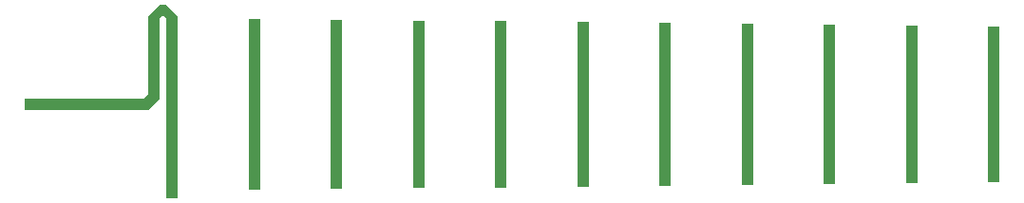
<source format=gbr>
%FSLAX66Y66*%
%MOMM*%
%ADD10C,0.0*%
D10*
%LND10.Face594*%
G36*
X31406585Y-4529235D02*
X31406585Y-1575652D01*
X31406585Y1409886D01*
X31406585Y4395423D01*
X31406585Y7412915D01*
X30406585Y7412915D01*
X30406585Y4529235D01*
X30406585Y1576896D01*
X30406585Y-1408642D01*
X30406585Y-4394179D01*
X30406585Y-7412915D01*
X31406585Y-7412915D01*
X31406585Y-4529235D01*
G37*
%LND10.Face1147*%
G36*
X68024835Y1304312D02*
X68024835Y4144058D01*
X68024835Y7040165D01*
X67024835Y7040165D01*
X67024835Y4318819D01*
X67024835Y1511318D01*
X67024835Y-1296182D01*
X67024835Y-4141302D01*
X67024835Y-7040165D01*
X68024835Y-7040165D01*
X68024835Y-4318819D01*
X68024835Y-1507253D01*
X68024835Y1304312D01*
G37*
%LND10.Face1132*%
G36*
X59701185Y-1322351D02*
X59701185Y-4197895D01*
X59701185Y-7128915D01*
X60701185Y-7128915D01*
X60701185Y-4356853D01*
X60701185Y-1514716D01*
X60701185Y1327421D01*
X60701185Y4198863D01*
X60701185Y7128915D01*
X59701185Y7128915D01*
X59701185Y4373263D01*
X59701185Y1525456D01*
X59701185Y-1322351D01*
G37*
%LND10.Face2081*%
G36*
X74348485Y6969165D02*
X74348485Y4275215D01*
X74348485Y1495819D01*
X74348485Y-1283577D01*
X74348485Y-4099955D01*
X74348485Y-6969165D01*
X75348485Y-6969165D01*
X75348485Y-4275215D01*
X75348485Y-1491953D01*
X75348485Y1291310D01*
X75348485Y4102405D01*
X75348485Y6969165D01*
X74348485Y6969165D01*
G37*
%LND10.Face353*%
G36*
X9435635Y-5178843D02*
X9435635Y-2731771D01*
X9435635Y-0263107D01*
X9435635Y2236317D01*
X9435635Y4766197D01*
X9435635Y7625915D01*
X8435635Y7625915D01*
X8435635Y5182701D01*
X8435635Y2739487D01*
X8435635Y0272664D01*
X8435635Y-2228506D01*
X8435635Y-4766197D01*
X8435635Y-7625915D01*
X9435635Y-7625915D01*
X9435635Y-5178843D01*
G37*
%LND10.Face350*%
G36*
X-0500000Y6300600D02*
X-0500000Y7118402D01*
X-0500000Y7871415D01*
X0000000Y8371415D01*
X0500000Y8871415D01*
X1111985Y8871415D01*
X1611985Y8371415D01*
X2111985Y7871415D01*
X2111985Y7139033D01*
X2111985Y6417432D01*
X2111985Y5699203D01*
X2111985Y4907195D01*
X2111985Y4067639D01*
X2111985Y3228083D01*
X2111985Y2340979D01*
X2111985Y1555335D01*
X2111985Y0802779D01*
X2111985Y0050223D01*
X2111985Y-0759089D01*
X2111985Y-1568401D01*
X2111985Y-2471962D01*
X2111985Y-3400366D01*
X2111985Y-4310360D01*
X2111985Y-5220354D01*
X2111985Y-6105221D01*
X2111985Y-6912139D01*
X2111985Y-7641011D01*
X2111985Y-8371415D01*
X1111985Y-8371415D01*
X1111985Y-7431639D01*
X1111985Y-6507886D01*
X1111985Y-5585124D01*
X1111985Y-4662361D01*
X1111985Y-3736306D01*
X1111985Y-2802754D01*
X1111985Y-1869323D01*
X1111985Y-0935892D01*
X1111985Y-0003590D01*
X1111985Y0928711D01*
X1111985Y1860006D01*
X1111985Y2790358D01*
X1111985Y3640185D01*
X1111985Y4490011D01*
X1111985Y5305962D01*
X1111985Y6103062D01*
X1111985Y6885241D01*
X1111985Y7667420D01*
X0907990Y7871415D01*
X0703995Y7871415D01*
X0500000Y7667420D01*
X0500000Y6717560D01*
X0500000Y5793399D01*
X0500000Y4869239D01*
X0500000Y3958951D01*
X0500000Y3048663D01*
X0500000Y2190199D01*
X0500000Y1331734D01*
X0500000Y0500000D01*
X0000000Y0000000D01*
X-0500000Y-0500000D01*
X-1426322Y-0500000D01*
X-2352645Y-0500000D01*
X-3276266Y-0500000D01*
X-4223181Y-0500000D01*
X-5127054Y-0500000D01*
X-6049229Y-0500000D01*
X-6982303Y-0500000D01*
X-7915376Y-0500000D01*
X-8826996Y-0500000D01*
X-9727419Y-0500000D01*
X-10627842Y-0500000D01*
X-11561855Y-0500000D01*
X-11561855Y0500000D01*
X-10597148Y0500000D01*
X-9632441Y0500000D01*
X-8674436Y0500000D01*
X-7740623Y0500000D01*
X-6806809Y0500000D01*
X-5872475Y0500000D01*
X-4938141Y0500000D01*
X-4032249Y0500000D01*
X-3222130Y0500000D01*
X-2412012Y0500000D01*
X-1663113Y0500000D01*
X-0914214Y0500000D01*
X-0500000Y0914214D01*
X-0500000Y1850817D01*
X-0500000Y2771489D01*
X-0500000Y3692161D01*
X-0500000Y4596902D01*
X-0500000Y5482797D01*
X-0500000Y6300600D01*
G37*
%LND10.Face352*%
G36*
X16759285Y7554915D02*
X15759285Y7554915D01*
X15759285Y5138438D01*
X15759285Y2721960D01*
X15759285Y0278491D01*
X15759285Y-2203183D01*
X15759285Y-4721822D01*
X15759285Y-7554915D01*
X16759285Y-7554915D01*
X16759285Y-5138438D01*
X16759285Y-2721960D01*
X16759285Y-0278491D01*
X16759285Y2203183D01*
X16759285Y4721822D01*
X16759285Y7554915D01*
G37*
%LND10.Face740*%
G36*
X37730235Y7341915D02*
X37730235Y4485854D01*
X37730235Y1561793D01*
X37730235Y-1395150D01*
X37730235Y-4352092D01*
X37730235Y-7341915D01*
X38730235Y-7341915D01*
X38730235Y-4485854D01*
X38730235Y-1560560D01*
X38730235Y1396382D01*
X38730235Y4353324D01*
X38730235Y7341915D01*
X37730235Y7341915D01*
G37*
%LND10.Face354*%
G36*
X23082935Y-4436266D02*
X23082935Y-7483915D01*
X24082935Y-7483915D01*
X24082935Y-4572615D01*
X24082935Y-1590743D01*
X24082935Y1423390D01*
X24082935Y4437522D01*
X24082935Y7483915D01*
X23082935Y7483915D01*
X23082935Y4572615D01*
X23082935Y1591999D01*
X23082935Y-1422133D01*
X23082935Y-4436266D01*
G37*
%LND10.Face1118*%
G36*
X52377535Y-4267918D02*
X52377535Y-7199915D01*
X53377535Y-7199915D01*
X53377535Y-4284743D01*
X53377535Y-1483541D01*
X53377535Y1335922D01*
X53377535Y4267918D01*
X53377535Y7199915D01*
X52377535Y7199915D01*
X52377535Y4284743D01*
X52377535Y1483541D01*
X52377535Y-1335922D01*
X52377535Y-4267918D01*
G37*
%LND10.Face1069*%
G36*
X46053885Y1382878D02*
X46053885Y4311226D01*
X46053885Y7270915D01*
X45053885Y7270915D01*
X45053885Y4442474D01*
X45053885Y1546689D01*
X45053885Y-1381658D01*
X45053885Y-4310005D01*
X45053885Y-7270915D01*
X46053885Y-7270915D01*
X46053885Y-4442474D01*
X46053885Y-1545469D01*
X46053885Y1382878D01*
G37*
M02*

</source>
